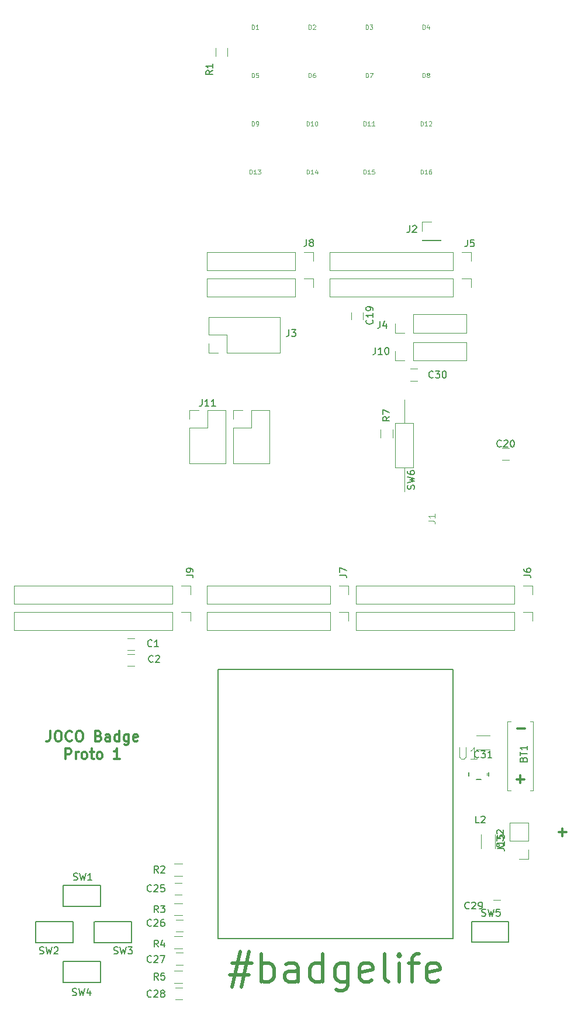
<source format=gto>
G04 #@! TF.FileFunction,Legend,Top*
%FSLAX46Y46*%
G04 Gerber Fmt 4.6, Leading zero omitted, Abs format (unit mm)*
G04 Created by KiCad (PCBNEW 4.0.7-e2-6376~58~ubuntu14.04.1) date Tue Sep  5 20:37:50 2017*
%MOMM*%
%LPD*%
G01*
G04 APERTURE LIST*
%ADD10C,0.100000*%
%ADD11C,0.500000*%
%ADD12C,0.300000*%
%ADD13C,0.200000*%
%ADD14C,0.120000*%
%ADD15C,0.150000*%
%ADD16C,0.152400*%
%ADD17C,0.050000*%
G04 APERTURE END LIST*
D10*
D11*
X114052381Y-162542857D02*
X116909524Y-162542857D01*
X115195238Y-160828571D02*
X114052381Y-165971429D01*
X116528571Y-164257143D02*
X113671428Y-164257143D01*
X115385714Y-165971429D02*
X116528571Y-160828571D01*
X118242857Y-165209524D02*
X118242857Y-161209524D01*
X118242857Y-162733333D02*
X118623809Y-162542857D01*
X119385714Y-162542857D01*
X119766666Y-162733333D01*
X119957143Y-162923810D01*
X120147619Y-163304762D01*
X120147619Y-164447619D01*
X119957143Y-164828571D01*
X119766666Y-165019048D01*
X119385714Y-165209524D01*
X118623809Y-165209524D01*
X118242857Y-165019048D01*
X123576191Y-165209524D02*
X123576191Y-163114286D01*
X123385714Y-162733333D01*
X123004762Y-162542857D01*
X122242857Y-162542857D01*
X121861905Y-162733333D01*
X123576191Y-165019048D02*
X123195238Y-165209524D01*
X122242857Y-165209524D01*
X121861905Y-165019048D01*
X121671429Y-164638095D01*
X121671429Y-164257143D01*
X121861905Y-163876190D01*
X122242857Y-163685714D01*
X123195238Y-163685714D01*
X123576191Y-163495238D01*
X127195239Y-165209524D02*
X127195239Y-161209524D01*
X127195239Y-165019048D02*
X126814286Y-165209524D01*
X126052382Y-165209524D01*
X125671429Y-165019048D01*
X125480953Y-164828571D01*
X125290477Y-164447619D01*
X125290477Y-163304762D01*
X125480953Y-162923810D01*
X125671429Y-162733333D01*
X126052382Y-162542857D01*
X126814286Y-162542857D01*
X127195239Y-162733333D01*
X130814287Y-162542857D02*
X130814287Y-165780952D01*
X130623810Y-166161905D01*
X130433334Y-166352381D01*
X130052382Y-166542857D01*
X129480953Y-166542857D01*
X129100001Y-166352381D01*
X130814287Y-165019048D02*
X130433334Y-165209524D01*
X129671430Y-165209524D01*
X129290477Y-165019048D01*
X129100001Y-164828571D01*
X128909525Y-164447619D01*
X128909525Y-163304762D01*
X129100001Y-162923810D01*
X129290477Y-162733333D01*
X129671430Y-162542857D01*
X130433334Y-162542857D01*
X130814287Y-162733333D01*
X134242858Y-165019048D02*
X133861906Y-165209524D01*
X133100001Y-165209524D01*
X132719049Y-165019048D01*
X132528573Y-164638095D01*
X132528573Y-163114286D01*
X132719049Y-162733333D01*
X133100001Y-162542857D01*
X133861906Y-162542857D01*
X134242858Y-162733333D01*
X134433335Y-163114286D01*
X134433335Y-163495238D01*
X132528573Y-163876190D01*
X136719049Y-165209524D02*
X136338096Y-165019048D01*
X136147620Y-164638095D01*
X136147620Y-161209524D01*
X138242858Y-165209524D02*
X138242858Y-162542857D01*
X138242858Y-161209524D02*
X138052382Y-161400000D01*
X138242858Y-161590476D01*
X138433334Y-161400000D01*
X138242858Y-161209524D01*
X138242858Y-161590476D01*
X139576191Y-162542857D02*
X141100001Y-162542857D01*
X140147620Y-165209524D02*
X140147620Y-161780952D01*
X140338096Y-161400000D01*
X140719049Y-161209524D01*
X141100001Y-161209524D01*
X143957143Y-165019048D02*
X143576191Y-165209524D01*
X142814286Y-165209524D01*
X142433334Y-165019048D01*
X142242858Y-164638095D01*
X142242858Y-163114286D01*
X142433334Y-162733333D01*
X142814286Y-162542857D01*
X143576191Y-162542857D01*
X143957143Y-162733333D01*
X144147620Y-163114286D01*
X144147620Y-163495238D01*
X142242858Y-163876190D01*
D12*
X162471428Y-143607143D02*
X161328571Y-143607143D01*
X161900000Y-144178571D02*
X161900000Y-143035714D01*
X156371428Y-135907143D02*
X155228571Y-135907143D01*
X155800000Y-136478571D02*
X155800000Y-135335714D01*
X156471428Y-128607143D02*
X155328571Y-128607143D01*
X87712857Y-128943571D02*
X87712857Y-130015000D01*
X87641429Y-130229286D01*
X87498572Y-130372143D01*
X87284286Y-130443571D01*
X87141429Y-130443571D01*
X88712857Y-128943571D02*
X88998571Y-128943571D01*
X89141429Y-129015000D01*
X89284286Y-129157857D01*
X89355714Y-129443571D01*
X89355714Y-129943571D01*
X89284286Y-130229286D01*
X89141429Y-130372143D01*
X88998571Y-130443571D01*
X88712857Y-130443571D01*
X88570000Y-130372143D01*
X88427143Y-130229286D01*
X88355714Y-129943571D01*
X88355714Y-129443571D01*
X88427143Y-129157857D01*
X88570000Y-129015000D01*
X88712857Y-128943571D01*
X90855715Y-130300714D02*
X90784286Y-130372143D01*
X90570000Y-130443571D01*
X90427143Y-130443571D01*
X90212858Y-130372143D01*
X90070000Y-130229286D01*
X89998572Y-130086429D01*
X89927143Y-129800714D01*
X89927143Y-129586429D01*
X89998572Y-129300714D01*
X90070000Y-129157857D01*
X90212858Y-129015000D01*
X90427143Y-128943571D01*
X90570000Y-128943571D01*
X90784286Y-129015000D01*
X90855715Y-129086429D01*
X91784286Y-128943571D02*
X92070000Y-128943571D01*
X92212858Y-129015000D01*
X92355715Y-129157857D01*
X92427143Y-129443571D01*
X92427143Y-129943571D01*
X92355715Y-130229286D01*
X92212858Y-130372143D01*
X92070000Y-130443571D01*
X91784286Y-130443571D01*
X91641429Y-130372143D01*
X91498572Y-130229286D01*
X91427143Y-129943571D01*
X91427143Y-129443571D01*
X91498572Y-129157857D01*
X91641429Y-129015000D01*
X91784286Y-128943571D01*
X94712858Y-129657857D02*
X94927144Y-129729286D01*
X94998572Y-129800714D01*
X95070001Y-129943571D01*
X95070001Y-130157857D01*
X94998572Y-130300714D01*
X94927144Y-130372143D01*
X94784286Y-130443571D01*
X94212858Y-130443571D01*
X94212858Y-128943571D01*
X94712858Y-128943571D01*
X94855715Y-129015000D01*
X94927144Y-129086429D01*
X94998572Y-129229286D01*
X94998572Y-129372143D01*
X94927144Y-129515000D01*
X94855715Y-129586429D01*
X94712858Y-129657857D01*
X94212858Y-129657857D01*
X96355715Y-130443571D02*
X96355715Y-129657857D01*
X96284286Y-129515000D01*
X96141429Y-129443571D01*
X95855715Y-129443571D01*
X95712858Y-129515000D01*
X96355715Y-130372143D02*
X96212858Y-130443571D01*
X95855715Y-130443571D01*
X95712858Y-130372143D01*
X95641429Y-130229286D01*
X95641429Y-130086429D01*
X95712858Y-129943571D01*
X95855715Y-129872143D01*
X96212858Y-129872143D01*
X96355715Y-129800714D01*
X97712858Y-130443571D02*
X97712858Y-128943571D01*
X97712858Y-130372143D02*
X97570001Y-130443571D01*
X97284287Y-130443571D01*
X97141429Y-130372143D01*
X97070001Y-130300714D01*
X96998572Y-130157857D01*
X96998572Y-129729286D01*
X97070001Y-129586429D01*
X97141429Y-129515000D01*
X97284287Y-129443571D01*
X97570001Y-129443571D01*
X97712858Y-129515000D01*
X99070001Y-129443571D02*
X99070001Y-130657857D01*
X98998572Y-130800714D01*
X98927144Y-130872143D01*
X98784287Y-130943571D01*
X98570001Y-130943571D01*
X98427144Y-130872143D01*
X99070001Y-130372143D02*
X98927144Y-130443571D01*
X98641430Y-130443571D01*
X98498572Y-130372143D01*
X98427144Y-130300714D01*
X98355715Y-130157857D01*
X98355715Y-129729286D01*
X98427144Y-129586429D01*
X98498572Y-129515000D01*
X98641430Y-129443571D01*
X98927144Y-129443571D01*
X99070001Y-129515000D01*
X100355715Y-130372143D02*
X100212858Y-130443571D01*
X99927144Y-130443571D01*
X99784287Y-130372143D01*
X99712858Y-130229286D01*
X99712858Y-129657857D01*
X99784287Y-129515000D01*
X99927144Y-129443571D01*
X100212858Y-129443571D01*
X100355715Y-129515000D01*
X100427144Y-129657857D01*
X100427144Y-129800714D01*
X99712858Y-129943571D01*
X89891429Y-132993571D02*
X89891429Y-131493571D01*
X90462857Y-131493571D01*
X90605715Y-131565000D01*
X90677143Y-131636429D01*
X90748572Y-131779286D01*
X90748572Y-131993571D01*
X90677143Y-132136429D01*
X90605715Y-132207857D01*
X90462857Y-132279286D01*
X89891429Y-132279286D01*
X91391429Y-132993571D02*
X91391429Y-131993571D01*
X91391429Y-132279286D02*
X91462857Y-132136429D01*
X91534286Y-132065000D01*
X91677143Y-131993571D01*
X91820000Y-131993571D01*
X92534286Y-132993571D02*
X92391428Y-132922143D01*
X92320000Y-132850714D01*
X92248571Y-132707857D01*
X92248571Y-132279286D01*
X92320000Y-132136429D01*
X92391428Y-132065000D01*
X92534286Y-131993571D01*
X92748571Y-131993571D01*
X92891428Y-132065000D01*
X92962857Y-132136429D01*
X93034286Y-132279286D01*
X93034286Y-132707857D01*
X92962857Y-132850714D01*
X92891428Y-132922143D01*
X92748571Y-132993571D01*
X92534286Y-132993571D01*
X93462857Y-131993571D02*
X94034286Y-131993571D01*
X93677143Y-131493571D02*
X93677143Y-132779286D01*
X93748571Y-132922143D01*
X93891429Y-132993571D01*
X94034286Y-132993571D01*
X94748572Y-132993571D02*
X94605714Y-132922143D01*
X94534286Y-132850714D01*
X94462857Y-132707857D01*
X94462857Y-132279286D01*
X94534286Y-132136429D01*
X94605714Y-132065000D01*
X94748572Y-131993571D01*
X94962857Y-131993571D01*
X95105714Y-132065000D01*
X95177143Y-132136429D01*
X95248572Y-132279286D01*
X95248572Y-132707857D01*
X95177143Y-132850714D01*
X95105714Y-132922143D01*
X94962857Y-132993571D01*
X94748572Y-132993571D01*
X97820000Y-132993571D02*
X96962857Y-132993571D01*
X97391429Y-132993571D02*
X97391429Y-131493571D01*
X97248572Y-131707857D01*
X97105714Y-131850714D01*
X96962857Y-131922143D01*
D13*
X146000000Y-120000000D02*
X146000000Y-159000000D01*
X112000000Y-120000000D02*
X146000000Y-120000000D01*
X112000000Y-159000000D02*
X112000000Y-120000000D01*
X146000000Y-159000000D02*
X112000000Y-159000000D01*
D14*
X157180000Y-127540000D02*
X157660000Y-127540000D01*
X157660000Y-127540000D02*
X157660000Y-137560000D01*
X157660000Y-137560000D02*
X157180000Y-137560000D01*
X154420000Y-127540000D02*
X153940000Y-127540000D01*
X153940000Y-127540000D02*
X153940000Y-137560000D01*
X153940000Y-137560000D02*
X154420000Y-137560000D01*
X99900000Y-115550000D02*
X98900000Y-115550000D01*
X98900000Y-117250000D02*
X99900000Y-117250000D01*
X98900000Y-119500000D02*
X99900000Y-119500000D01*
X99900000Y-117800000D02*
X98900000Y-117800000D01*
X132990000Y-69380000D02*
X132990000Y-68380000D01*
X131290000Y-68380000D02*
X131290000Y-69380000D01*
X154170000Y-88050000D02*
X153170000Y-88050000D01*
X153170000Y-89750000D02*
X154170000Y-89750000D01*
X105750000Y-152600000D02*
X106750000Y-152600000D01*
X106750000Y-150900000D02*
X105750000Y-150900000D01*
X105900000Y-157950000D02*
X106900000Y-157950000D01*
X106900000Y-156250000D02*
X105900000Y-156250000D01*
X105900000Y-162750000D02*
X106900000Y-162750000D01*
X106900000Y-161050000D02*
X105900000Y-161050000D01*
X105800000Y-167750000D02*
X106800000Y-167750000D01*
X106800000Y-166050000D02*
X105800000Y-166050000D01*
X151900000Y-155050000D02*
X152900000Y-155050000D01*
X152900000Y-153350000D02*
X151900000Y-153350000D01*
X139900000Y-78250000D02*
X140900000Y-78250000D01*
X140900000Y-76550000D02*
X139900000Y-76550000D01*
X149400000Y-131620000D02*
X151400000Y-131620000D01*
X151400000Y-129580000D02*
X149400000Y-129580000D01*
X150080000Y-143900000D02*
X150080000Y-145900000D01*
X152120000Y-145900000D02*
X152120000Y-143900000D01*
X120964000Y-74228000D02*
X120964000Y-69028000D01*
X113284000Y-74228000D02*
X120964000Y-74228000D01*
X110684000Y-69028000D02*
X120964000Y-69028000D01*
X113284000Y-74228000D02*
X113284000Y-71628000D01*
X113284000Y-71628000D02*
X110684000Y-71628000D01*
X110684000Y-71628000D02*
X110684000Y-69028000D01*
X112014000Y-74228000D02*
X110684000Y-74228000D01*
X110684000Y-74228000D02*
X110684000Y-72898000D01*
X147950000Y-71330000D02*
X147950000Y-68670000D01*
X140270000Y-71330000D02*
X147950000Y-71330000D01*
X140270000Y-68670000D02*
X147950000Y-68670000D01*
X140270000Y-71330000D02*
X140270000Y-68670000D01*
X139000000Y-71330000D02*
X137670000Y-71330000D01*
X137670000Y-71330000D02*
X137670000Y-70000000D01*
X128210000Y-59630000D02*
X128210000Y-62290000D01*
X146050000Y-59630000D02*
X128210000Y-59630000D01*
X146050000Y-62290000D02*
X128210000Y-62290000D01*
X146050000Y-59630000D02*
X146050000Y-62290000D01*
X147320000Y-59630000D02*
X148650000Y-59630000D01*
X148650000Y-59630000D02*
X148650000Y-60960000D01*
X128210000Y-63440000D02*
X128210000Y-66100000D01*
X146050000Y-63440000D02*
X128210000Y-63440000D01*
X146050000Y-66100000D02*
X128210000Y-66100000D01*
X146050000Y-63440000D02*
X146050000Y-66100000D01*
X147320000Y-63440000D02*
X148650000Y-63440000D01*
X148650000Y-63440000D02*
X148650000Y-64770000D01*
X132020000Y-111700000D02*
X132020000Y-114360000D01*
X154940000Y-111700000D02*
X132020000Y-111700000D01*
X154940000Y-114360000D02*
X132020000Y-114360000D01*
X154940000Y-111700000D02*
X154940000Y-114360000D01*
X156210000Y-111700000D02*
X157540000Y-111700000D01*
X157540000Y-111700000D02*
X157540000Y-113030000D01*
X132020000Y-107890000D02*
X132020000Y-110550000D01*
X154940000Y-107890000D02*
X132020000Y-107890000D01*
X154940000Y-110550000D02*
X132020000Y-110550000D01*
X154940000Y-107890000D02*
X154940000Y-110550000D01*
X156210000Y-107890000D02*
X157540000Y-107890000D01*
X157540000Y-107890000D02*
X157540000Y-109220000D01*
X110430000Y-111700000D02*
X110430000Y-114360000D01*
X128270000Y-111700000D02*
X110430000Y-111700000D01*
X128270000Y-114360000D02*
X110430000Y-114360000D01*
X128270000Y-111700000D02*
X128270000Y-114360000D01*
X129540000Y-111700000D02*
X130870000Y-111700000D01*
X130870000Y-111700000D02*
X130870000Y-113030000D01*
X110430000Y-107890000D02*
X110430000Y-110550000D01*
X128270000Y-107890000D02*
X110430000Y-107890000D01*
X128270000Y-110550000D02*
X110430000Y-110550000D01*
X128270000Y-107890000D02*
X128270000Y-110550000D01*
X129540000Y-107890000D02*
X130870000Y-107890000D01*
X130870000Y-107890000D02*
X130870000Y-109220000D01*
X110430000Y-59630000D02*
X110430000Y-62290000D01*
X123190000Y-59630000D02*
X110430000Y-59630000D01*
X123190000Y-62290000D02*
X110430000Y-62290000D01*
X123190000Y-59630000D02*
X123190000Y-62290000D01*
X124460000Y-59630000D02*
X125790000Y-59630000D01*
X125790000Y-59630000D02*
X125790000Y-60960000D01*
X110430000Y-63440000D02*
X110430000Y-66100000D01*
X123190000Y-63440000D02*
X110430000Y-63440000D01*
X123190000Y-66100000D02*
X110430000Y-66100000D01*
X123190000Y-63440000D02*
X123190000Y-66100000D01*
X124460000Y-63440000D02*
X125790000Y-63440000D01*
X125790000Y-63440000D02*
X125790000Y-64770000D01*
X82490000Y-111700000D02*
X82490000Y-114360000D01*
X105410000Y-111700000D02*
X82490000Y-111700000D01*
X105410000Y-114360000D02*
X82490000Y-114360000D01*
X105410000Y-111700000D02*
X105410000Y-114360000D01*
X106680000Y-111700000D02*
X108010000Y-111700000D01*
X108010000Y-111700000D02*
X108010000Y-113030000D01*
X82490000Y-107890000D02*
X82490000Y-110550000D01*
X105410000Y-107890000D02*
X82490000Y-107890000D01*
X105410000Y-110550000D02*
X82490000Y-110550000D01*
X105410000Y-107890000D02*
X105410000Y-110550000D01*
X106680000Y-107890000D02*
X108010000Y-107890000D01*
X108010000Y-107890000D02*
X108010000Y-109220000D01*
X147950000Y-75330000D02*
X147950000Y-72670000D01*
X140270000Y-75330000D02*
X147950000Y-75330000D01*
X140270000Y-72670000D02*
X147950000Y-72670000D01*
X140270000Y-75330000D02*
X140270000Y-72670000D01*
X139000000Y-75330000D02*
X137670000Y-75330000D01*
X137670000Y-75330000D02*
X137670000Y-74000000D01*
X107890000Y-90230000D02*
X113090000Y-90230000D01*
X107890000Y-85090000D02*
X107890000Y-90230000D01*
X113090000Y-82490000D02*
X113090000Y-90230000D01*
X107890000Y-85090000D02*
X110490000Y-85090000D01*
X110490000Y-85090000D02*
X110490000Y-82490000D01*
X110490000Y-82490000D02*
X113090000Y-82490000D01*
X107890000Y-83820000D02*
X107890000Y-82490000D01*
X107890000Y-82490000D02*
X109220000Y-82490000D01*
X114240000Y-90230000D02*
X119440000Y-90230000D01*
X114240000Y-85090000D02*
X114240000Y-90230000D01*
X119440000Y-82490000D02*
X119440000Y-90230000D01*
X114240000Y-85090000D02*
X116840000Y-85090000D01*
X116840000Y-85090000D02*
X116840000Y-82490000D01*
X116840000Y-82490000D02*
X119440000Y-82490000D01*
X114240000Y-83820000D02*
X114240000Y-82490000D01*
X114240000Y-82490000D02*
X115570000Y-82490000D01*
X156930000Y-142230000D02*
X154270000Y-142230000D01*
X156930000Y-144830000D02*
X156930000Y-142230000D01*
X154270000Y-144830000D02*
X154270000Y-142230000D01*
X156930000Y-144830000D02*
X154270000Y-144830000D01*
X156930000Y-146100000D02*
X156930000Y-147430000D01*
X156930000Y-147430000D02*
X155600000Y-147430000D01*
X111642000Y-31334000D02*
X111642000Y-30134000D01*
X113402000Y-30134000D02*
X113402000Y-31334000D01*
X106850000Y-149880000D02*
X105650000Y-149880000D01*
X105650000Y-148120000D02*
X106850000Y-148120000D01*
X106850000Y-155630000D02*
X105650000Y-155630000D01*
X105650000Y-153870000D02*
X106850000Y-153870000D01*
X106850000Y-160380000D02*
X105650000Y-160380000D01*
X105650000Y-158620000D02*
X106850000Y-158620000D01*
X106850000Y-165380000D02*
X105650000Y-165380000D01*
X105650000Y-163620000D02*
X106850000Y-163620000D01*
X135520000Y-86500000D02*
X135520000Y-85300000D01*
X137280000Y-85300000D02*
X137280000Y-86500000D01*
D15*
X89580000Y-154315000D02*
X89580000Y-151290000D01*
X94980000Y-151315000D02*
X94980000Y-154315000D01*
X94980000Y-151315000D02*
X94980000Y-151290000D01*
X94980000Y-151290000D02*
X89605000Y-151290000D01*
X94980000Y-154290000D02*
X94980000Y-154315000D01*
X94980000Y-154315000D02*
X89580000Y-154315000D01*
X85580000Y-159565000D02*
X85580000Y-156540000D01*
X90980000Y-156565000D02*
X90980000Y-159565000D01*
X90980000Y-156565000D02*
X90980000Y-156540000D01*
X90980000Y-156540000D02*
X85605000Y-156540000D01*
X90980000Y-159540000D02*
X90980000Y-159565000D01*
X90980000Y-159565000D02*
X85580000Y-159565000D01*
X94080000Y-159565000D02*
X94080000Y-156540000D01*
X99480000Y-156565000D02*
X99480000Y-159565000D01*
X99480000Y-156565000D02*
X99480000Y-156540000D01*
X99480000Y-156540000D02*
X94105000Y-156540000D01*
X99480000Y-159540000D02*
X99480000Y-159565000D01*
X99480000Y-159565000D02*
X94080000Y-159565000D01*
X89580000Y-165315000D02*
X89580000Y-162290000D01*
X94980000Y-162315000D02*
X94980000Y-165315000D01*
X94980000Y-162315000D02*
X94980000Y-162290000D01*
X94980000Y-162290000D02*
X89605000Y-162290000D01*
X94980000Y-165290000D02*
X94980000Y-165315000D01*
X94980000Y-165315000D02*
X89580000Y-165315000D01*
X148710000Y-159525000D02*
X148710000Y-156500000D01*
X154110000Y-156525000D02*
X154110000Y-159525000D01*
X154110000Y-156525000D02*
X154110000Y-156500000D01*
X154110000Y-156500000D02*
X148735000Y-156500000D01*
X154110000Y-159500000D02*
X154110000Y-159525000D01*
X154110000Y-159525000D02*
X148710000Y-159525000D01*
D14*
X140310000Y-84410000D02*
X137690000Y-84410000D01*
X137690000Y-84410000D02*
X137690000Y-90830000D01*
X137690000Y-90830000D02*
X140310000Y-90830000D01*
X140310000Y-90830000D02*
X140310000Y-84410000D01*
X139000000Y-80980000D02*
X139000000Y-84410000D01*
X139000000Y-94260000D02*
X139000000Y-90830000D01*
D16*
X148352200Y-134946000D02*
X148352200Y-135454000D01*
X149469800Y-135987400D02*
X150130200Y-135987400D01*
X151247800Y-135454000D02*
X151247800Y-134946000D01*
D10*
X150993802Y-135377804D02*
G75*
G02X150993800Y-135022200I249268J177804D01*
G01*
D14*
X141570000Y-57930000D02*
X144230000Y-57930000D01*
X141570000Y-57870000D02*
X141570000Y-57930000D01*
X144230000Y-57870000D02*
X144230000Y-57930000D01*
X141570000Y-57870000D02*
X144230000Y-57870000D01*
X141570000Y-56600000D02*
X141570000Y-55270000D01*
X141570000Y-55270000D02*
X142900000Y-55270000D01*
D15*
X156228571Y-133035714D02*
X156276190Y-132892857D01*
X156323810Y-132845238D01*
X156419048Y-132797619D01*
X156561905Y-132797619D01*
X156657143Y-132845238D01*
X156704762Y-132892857D01*
X156752381Y-132988095D01*
X156752381Y-133369048D01*
X155752381Y-133369048D01*
X155752381Y-133035714D01*
X155800000Y-132940476D01*
X155847619Y-132892857D01*
X155942857Y-132845238D01*
X156038095Y-132845238D01*
X156133333Y-132892857D01*
X156180952Y-132940476D01*
X156228571Y-133035714D01*
X156228571Y-133369048D01*
X155752381Y-132511905D02*
X155752381Y-131940476D01*
X156752381Y-132226191D02*
X155752381Y-132226191D01*
X156752381Y-131083333D02*
X156752381Y-131654762D01*
X156752381Y-131369048D02*
X155752381Y-131369048D01*
X155895238Y-131464286D01*
X155990476Y-131559524D01*
X156038095Y-131654762D01*
X102433334Y-116657143D02*
X102385715Y-116704762D01*
X102242858Y-116752381D01*
X102147620Y-116752381D01*
X102004762Y-116704762D01*
X101909524Y-116609524D01*
X101861905Y-116514286D01*
X101814286Y-116323810D01*
X101814286Y-116180952D01*
X101861905Y-115990476D01*
X101909524Y-115895238D01*
X102004762Y-115800000D01*
X102147620Y-115752381D01*
X102242858Y-115752381D01*
X102385715Y-115800000D01*
X102433334Y-115847619D01*
X103385715Y-116752381D02*
X102814286Y-116752381D01*
X103100000Y-116752381D02*
X103100000Y-115752381D01*
X103004762Y-115895238D01*
X102909524Y-115990476D01*
X102814286Y-116038095D01*
X102583334Y-118907143D02*
X102535715Y-118954762D01*
X102392858Y-119002381D01*
X102297620Y-119002381D01*
X102154762Y-118954762D01*
X102059524Y-118859524D01*
X102011905Y-118764286D01*
X101964286Y-118573810D01*
X101964286Y-118430952D01*
X102011905Y-118240476D01*
X102059524Y-118145238D01*
X102154762Y-118050000D01*
X102297620Y-118002381D01*
X102392858Y-118002381D01*
X102535715Y-118050000D01*
X102583334Y-118097619D01*
X102964286Y-118097619D02*
X103011905Y-118050000D01*
X103107143Y-118002381D01*
X103345239Y-118002381D01*
X103440477Y-118050000D01*
X103488096Y-118097619D01*
X103535715Y-118192857D01*
X103535715Y-118288095D01*
X103488096Y-118430952D01*
X102916667Y-119002381D01*
X103535715Y-119002381D01*
X134357143Y-69442857D02*
X134404762Y-69490476D01*
X134452381Y-69633333D01*
X134452381Y-69728571D01*
X134404762Y-69871429D01*
X134309524Y-69966667D01*
X134214286Y-70014286D01*
X134023810Y-70061905D01*
X133880952Y-70061905D01*
X133690476Y-70014286D01*
X133595238Y-69966667D01*
X133500000Y-69871429D01*
X133452381Y-69728571D01*
X133452381Y-69633333D01*
X133500000Y-69490476D01*
X133547619Y-69442857D01*
X134452381Y-68490476D02*
X134452381Y-69061905D01*
X134452381Y-68776191D02*
X133452381Y-68776191D01*
X133595238Y-68871429D01*
X133690476Y-68966667D01*
X133738095Y-69061905D01*
X134452381Y-68014286D02*
X134452381Y-67823810D01*
X134404762Y-67728571D01*
X134357143Y-67680952D01*
X134214286Y-67585714D01*
X134023810Y-67538095D01*
X133642857Y-67538095D01*
X133547619Y-67585714D01*
X133500000Y-67633333D01*
X133452381Y-67728571D01*
X133452381Y-67919048D01*
X133500000Y-68014286D01*
X133547619Y-68061905D01*
X133642857Y-68109524D01*
X133880952Y-68109524D01*
X133976190Y-68061905D01*
X134023810Y-68014286D01*
X134071429Y-67919048D01*
X134071429Y-67728571D01*
X134023810Y-67633333D01*
X133976190Y-67585714D01*
X133880952Y-67538095D01*
X153027143Y-87757143D02*
X152979524Y-87804762D01*
X152836667Y-87852381D01*
X152741429Y-87852381D01*
X152598571Y-87804762D01*
X152503333Y-87709524D01*
X152455714Y-87614286D01*
X152408095Y-87423810D01*
X152408095Y-87280952D01*
X152455714Y-87090476D01*
X152503333Y-86995238D01*
X152598571Y-86900000D01*
X152741429Y-86852381D01*
X152836667Y-86852381D01*
X152979524Y-86900000D01*
X153027143Y-86947619D01*
X153408095Y-86947619D02*
X153455714Y-86900000D01*
X153550952Y-86852381D01*
X153789048Y-86852381D01*
X153884286Y-86900000D01*
X153931905Y-86947619D01*
X153979524Y-87042857D01*
X153979524Y-87138095D01*
X153931905Y-87280952D01*
X153360476Y-87852381D01*
X153979524Y-87852381D01*
X154598571Y-86852381D02*
X154693810Y-86852381D01*
X154789048Y-86900000D01*
X154836667Y-86947619D01*
X154884286Y-87042857D01*
X154931905Y-87233333D01*
X154931905Y-87471429D01*
X154884286Y-87661905D01*
X154836667Y-87757143D01*
X154789048Y-87804762D01*
X154693810Y-87852381D01*
X154598571Y-87852381D01*
X154503333Y-87804762D01*
X154455714Y-87757143D01*
X154408095Y-87661905D01*
X154360476Y-87471429D01*
X154360476Y-87233333D01*
X154408095Y-87042857D01*
X154455714Y-86947619D01*
X154503333Y-86900000D01*
X154598571Y-86852381D01*
X102357143Y-152107143D02*
X102309524Y-152154762D01*
X102166667Y-152202381D01*
X102071429Y-152202381D01*
X101928571Y-152154762D01*
X101833333Y-152059524D01*
X101785714Y-151964286D01*
X101738095Y-151773810D01*
X101738095Y-151630952D01*
X101785714Y-151440476D01*
X101833333Y-151345238D01*
X101928571Y-151250000D01*
X102071429Y-151202381D01*
X102166667Y-151202381D01*
X102309524Y-151250000D01*
X102357143Y-151297619D01*
X102738095Y-151297619D02*
X102785714Y-151250000D01*
X102880952Y-151202381D01*
X103119048Y-151202381D01*
X103214286Y-151250000D01*
X103261905Y-151297619D01*
X103309524Y-151392857D01*
X103309524Y-151488095D01*
X103261905Y-151630952D01*
X102690476Y-152202381D01*
X103309524Y-152202381D01*
X104214286Y-151202381D02*
X103738095Y-151202381D01*
X103690476Y-151678571D01*
X103738095Y-151630952D01*
X103833333Y-151583333D01*
X104071429Y-151583333D01*
X104166667Y-151630952D01*
X104214286Y-151678571D01*
X104261905Y-151773810D01*
X104261905Y-152011905D01*
X104214286Y-152107143D01*
X104166667Y-152154762D01*
X104071429Y-152202381D01*
X103833333Y-152202381D01*
X103738095Y-152154762D01*
X103690476Y-152107143D01*
X102357143Y-157107143D02*
X102309524Y-157154762D01*
X102166667Y-157202381D01*
X102071429Y-157202381D01*
X101928571Y-157154762D01*
X101833333Y-157059524D01*
X101785714Y-156964286D01*
X101738095Y-156773810D01*
X101738095Y-156630952D01*
X101785714Y-156440476D01*
X101833333Y-156345238D01*
X101928571Y-156250000D01*
X102071429Y-156202381D01*
X102166667Y-156202381D01*
X102309524Y-156250000D01*
X102357143Y-156297619D01*
X102738095Y-156297619D02*
X102785714Y-156250000D01*
X102880952Y-156202381D01*
X103119048Y-156202381D01*
X103214286Y-156250000D01*
X103261905Y-156297619D01*
X103309524Y-156392857D01*
X103309524Y-156488095D01*
X103261905Y-156630952D01*
X102690476Y-157202381D01*
X103309524Y-157202381D01*
X104166667Y-156202381D02*
X103976190Y-156202381D01*
X103880952Y-156250000D01*
X103833333Y-156297619D01*
X103738095Y-156440476D01*
X103690476Y-156630952D01*
X103690476Y-157011905D01*
X103738095Y-157107143D01*
X103785714Y-157154762D01*
X103880952Y-157202381D01*
X104071429Y-157202381D01*
X104166667Y-157154762D01*
X104214286Y-157107143D01*
X104261905Y-157011905D01*
X104261905Y-156773810D01*
X104214286Y-156678571D01*
X104166667Y-156630952D01*
X104071429Y-156583333D01*
X103880952Y-156583333D01*
X103785714Y-156630952D01*
X103738095Y-156678571D01*
X103690476Y-156773810D01*
X102357143Y-162357143D02*
X102309524Y-162404762D01*
X102166667Y-162452381D01*
X102071429Y-162452381D01*
X101928571Y-162404762D01*
X101833333Y-162309524D01*
X101785714Y-162214286D01*
X101738095Y-162023810D01*
X101738095Y-161880952D01*
X101785714Y-161690476D01*
X101833333Y-161595238D01*
X101928571Y-161500000D01*
X102071429Y-161452381D01*
X102166667Y-161452381D01*
X102309524Y-161500000D01*
X102357143Y-161547619D01*
X102738095Y-161547619D02*
X102785714Y-161500000D01*
X102880952Y-161452381D01*
X103119048Y-161452381D01*
X103214286Y-161500000D01*
X103261905Y-161547619D01*
X103309524Y-161642857D01*
X103309524Y-161738095D01*
X103261905Y-161880952D01*
X102690476Y-162452381D01*
X103309524Y-162452381D01*
X103642857Y-161452381D02*
X104309524Y-161452381D01*
X103880952Y-162452381D01*
X102357143Y-167357143D02*
X102309524Y-167404762D01*
X102166667Y-167452381D01*
X102071429Y-167452381D01*
X101928571Y-167404762D01*
X101833333Y-167309524D01*
X101785714Y-167214286D01*
X101738095Y-167023810D01*
X101738095Y-166880952D01*
X101785714Y-166690476D01*
X101833333Y-166595238D01*
X101928571Y-166500000D01*
X102071429Y-166452381D01*
X102166667Y-166452381D01*
X102309524Y-166500000D01*
X102357143Y-166547619D01*
X102738095Y-166547619D02*
X102785714Y-166500000D01*
X102880952Y-166452381D01*
X103119048Y-166452381D01*
X103214286Y-166500000D01*
X103261905Y-166547619D01*
X103309524Y-166642857D01*
X103309524Y-166738095D01*
X103261905Y-166880952D01*
X102690476Y-167452381D01*
X103309524Y-167452381D01*
X103880952Y-166880952D02*
X103785714Y-166833333D01*
X103738095Y-166785714D01*
X103690476Y-166690476D01*
X103690476Y-166642857D01*
X103738095Y-166547619D01*
X103785714Y-166500000D01*
X103880952Y-166452381D01*
X104071429Y-166452381D01*
X104166667Y-166500000D01*
X104214286Y-166547619D01*
X104261905Y-166642857D01*
X104261905Y-166690476D01*
X104214286Y-166785714D01*
X104166667Y-166833333D01*
X104071429Y-166880952D01*
X103880952Y-166880952D01*
X103785714Y-166928571D01*
X103738095Y-166976190D01*
X103690476Y-167071429D01*
X103690476Y-167261905D01*
X103738095Y-167357143D01*
X103785714Y-167404762D01*
X103880952Y-167452381D01*
X104071429Y-167452381D01*
X104166667Y-167404762D01*
X104214286Y-167357143D01*
X104261905Y-167261905D01*
X104261905Y-167071429D01*
X104214286Y-166976190D01*
X104166667Y-166928571D01*
X104071429Y-166880952D01*
X148387143Y-154597143D02*
X148339524Y-154644762D01*
X148196667Y-154692381D01*
X148101429Y-154692381D01*
X147958571Y-154644762D01*
X147863333Y-154549524D01*
X147815714Y-154454286D01*
X147768095Y-154263810D01*
X147768095Y-154120952D01*
X147815714Y-153930476D01*
X147863333Y-153835238D01*
X147958571Y-153740000D01*
X148101429Y-153692381D01*
X148196667Y-153692381D01*
X148339524Y-153740000D01*
X148387143Y-153787619D01*
X148768095Y-153787619D02*
X148815714Y-153740000D01*
X148910952Y-153692381D01*
X149149048Y-153692381D01*
X149244286Y-153740000D01*
X149291905Y-153787619D01*
X149339524Y-153882857D01*
X149339524Y-153978095D01*
X149291905Y-154120952D01*
X148720476Y-154692381D01*
X149339524Y-154692381D01*
X149815714Y-154692381D02*
X150006190Y-154692381D01*
X150101429Y-154644762D01*
X150149048Y-154597143D01*
X150244286Y-154454286D01*
X150291905Y-154263810D01*
X150291905Y-153882857D01*
X150244286Y-153787619D01*
X150196667Y-153740000D01*
X150101429Y-153692381D01*
X149910952Y-153692381D01*
X149815714Y-153740000D01*
X149768095Y-153787619D01*
X149720476Y-153882857D01*
X149720476Y-154120952D01*
X149768095Y-154216190D01*
X149815714Y-154263810D01*
X149910952Y-154311429D01*
X150101429Y-154311429D01*
X150196667Y-154263810D01*
X150244286Y-154216190D01*
X150291905Y-154120952D01*
X143157143Y-77757143D02*
X143109524Y-77804762D01*
X142966667Y-77852381D01*
X142871429Y-77852381D01*
X142728571Y-77804762D01*
X142633333Y-77709524D01*
X142585714Y-77614286D01*
X142538095Y-77423810D01*
X142538095Y-77280952D01*
X142585714Y-77090476D01*
X142633333Y-76995238D01*
X142728571Y-76900000D01*
X142871429Y-76852381D01*
X142966667Y-76852381D01*
X143109524Y-76900000D01*
X143157143Y-76947619D01*
X143490476Y-76852381D02*
X144109524Y-76852381D01*
X143776190Y-77233333D01*
X143919048Y-77233333D01*
X144014286Y-77280952D01*
X144061905Y-77328571D01*
X144109524Y-77423810D01*
X144109524Y-77661905D01*
X144061905Y-77757143D01*
X144014286Y-77804762D01*
X143919048Y-77852381D01*
X143633333Y-77852381D01*
X143538095Y-77804762D01*
X143490476Y-77757143D01*
X144728571Y-76852381D02*
X144823810Y-76852381D01*
X144919048Y-76900000D01*
X144966667Y-76947619D01*
X145014286Y-77042857D01*
X145061905Y-77233333D01*
X145061905Y-77471429D01*
X145014286Y-77661905D01*
X144966667Y-77757143D01*
X144919048Y-77804762D01*
X144823810Y-77852381D01*
X144728571Y-77852381D01*
X144633333Y-77804762D01*
X144585714Y-77757143D01*
X144538095Y-77661905D01*
X144490476Y-77471429D01*
X144490476Y-77233333D01*
X144538095Y-77042857D01*
X144585714Y-76947619D01*
X144633333Y-76900000D01*
X144728571Y-76852381D01*
X149757143Y-132707143D02*
X149709524Y-132754762D01*
X149566667Y-132802381D01*
X149471429Y-132802381D01*
X149328571Y-132754762D01*
X149233333Y-132659524D01*
X149185714Y-132564286D01*
X149138095Y-132373810D01*
X149138095Y-132230952D01*
X149185714Y-132040476D01*
X149233333Y-131945238D01*
X149328571Y-131850000D01*
X149471429Y-131802381D01*
X149566667Y-131802381D01*
X149709524Y-131850000D01*
X149757143Y-131897619D01*
X150090476Y-131802381D02*
X150709524Y-131802381D01*
X150376190Y-132183333D01*
X150519048Y-132183333D01*
X150614286Y-132230952D01*
X150661905Y-132278571D01*
X150709524Y-132373810D01*
X150709524Y-132611905D01*
X150661905Y-132707143D01*
X150614286Y-132754762D01*
X150519048Y-132802381D01*
X150233333Y-132802381D01*
X150138095Y-132754762D01*
X150090476Y-132707143D01*
X151661905Y-132802381D02*
X151090476Y-132802381D01*
X151376190Y-132802381D02*
X151376190Y-131802381D01*
X151280952Y-131945238D01*
X151185714Y-132040476D01*
X151090476Y-132088095D01*
X153257143Y-145142857D02*
X153304762Y-145190476D01*
X153352381Y-145333333D01*
X153352381Y-145428571D01*
X153304762Y-145571429D01*
X153209524Y-145666667D01*
X153114286Y-145714286D01*
X152923810Y-145761905D01*
X152780952Y-145761905D01*
X152590476Y-145714286D01*
X152495238Y-145666667D01*
X152400000Y-145571429D01*
X152352381Y-145428571D01*
X152352381Y-145333333D01*
X152400000Y-145190476D01*
X152447619Y-145142857D01*
X152352381Y-144809524D02*
X152352381Y-144190476D01*
X152733333Y-144523810D01*
X152733333Y-144380952D01*
X152780952Y-144285714D01*
X152828571Y-144238095D01*
X152923810Y-144190476D01*
X153161905Y-144190476D01*
X153257143Y-144238095D01*
X153304762Y-144285714D01*
X153352381Y-144380952D01*
X153352381Y-144666667D01*
X153304762Y-144761905D01*
X153257143Y-144809524D01*
X152447619Y-143809524D02*
X152400000Y-143761905D01*
X152352381Y-143666667D01*
X152352381Y-143428571D01*
X152400000Y-143333333D01*
X152447619Y-143285714D01*
X152542857Y-143238095D01*
X152638095Y-143238095D01*
X152780952Y-143285714D01*
X153352381Y-143857143D01*
X153352381Y-143238095D01*
D17*
X116886855Y-27399967D02*
X116886855Y-26759319D01*
X117039390Y-26759319D01*
X117130912Y-26789826D01*
X117191926Y-26850840D01*
X117222433Y-26911854D01*
X117252940Y-27033882D01*
X117252940Y-27125404D01*
X117222433Y-27247432D01*
X117191926Y-27308446D01*
X117130912Y-27369460D01*
X117039390Y-27399967D01*
X116886855Y-27399967D01*
X117863081Y-27399967D02*
X117496996Y-27399967D01*
X117680038Y-27399967D02*
X117680038Y-26759319D01*
X117619024Y-26850840D01*
X117558010Y-26911854D01*
X117496996Y-26942361D01*
X125141855Y-27399967D02*
X125141855Y-26759319D01*
X125294390Y-26759319D01*
X125385912Y-26789826D01*
X125446926Y-26850840D01*
X125477433Y-26911854D01*
X125507940Y-27033882D01*
X125507940Y-27125404D01*
X125477433Y-27247432D01*
X125446926Y-27308446D01*
X125385912Y-27369460D01*
X125294390Y-27399967D01*
X125141855Y-27399967D01*
X125751996Y-26820333D02*
X125782503Y-26789826D01*
X125843517Y-26759319D01*
X125996053Y-26759319D01*
X126057067Y-26789826D01*
X126087574Y-26820333D01*
X126118081Y-26881347D01*
X126118081Y-26942361D01*
X126087574Y-27033882D01*
X125721489Y-27399967D01*
X126118081Y-27399967D01*
X133396855Y-27399967D02*
X133396855Y-26759319D01*
X133549390Y-26759319D01*
X133640912Y-26789826D01*
X133701926Y-26850840D01*
X133732433Y-26911854D01*
X133762940Y-27033882D01*
X133762940Y-27125404D01*
X133732433Y-27247432D01*
X133701926Y-27308446D01*
X133640912Y-27369460D01*
X133549390Y-27399967D01*
X133396855Y-27399967D01*
X133976489Y-26759319D02*
X134373081Y-26759319D01*
X134159531Y-27003375D01*
X134251053Y-27003375D01*
X134312067Y-27033882D01*
X134342574Y-27064389D01*
X134373081Y-27125404D01*
X134373081Y-27277939D01*
X134342574Y-27338953D01*
X134312067Y-27369460D01*
X134251053Y-27399967D01*
X134068010Y-27399967D01*
X134006996Y-27369460D01*
X133976489Y-27338953D01*
X141651855Y-27399967D02*
X141651855Y-26759319D01*
X141804390Y-26759319D01*
X141895912Y-26789826D01*
X141956926Y-26850840D01*
X141987433Y-26911854D01*
X142017940Y-27033882D01*
X142017940Y-27125404D01*
X141987433Y-27247432D01*
X141956926Y-27308446D01*
X141895912Y-27369460D01*
X141804390Y-27399967D01*
X141651855Y-27399967D01*
X142567067Y-26972868D02*
X142567067Y-27399967D01*
X142414531Y-26728812D02*
X142261996Y-27186418D01*
X142658588Y-27186418D01*
X116886855Y-34384967D02*
X116886855Y-33744319D01*
X117039390Y-33744319D01*
X117130912Y-33774826D01*
X117191926Y-33835840D01*
X117222433Y-33896854D01*
X117252940Y-34018882D01*
X117252940Y-34110404D01*
X117222433Y-34232432D01*
X117191926Y-34293446D01*
X117130912Y-34354460D01*
X117039390Y-34384967D01*
X116886855Y-34384967D01*
X117832574Y-33744319D02*
X117527503Y-33744319D01*
X117496996Y-34049389D01*
X117527503Y-34018882D01*
X117588517Y-33988375D01*
X117741053Y-33988375D01*
X117802067Y-34018882D01*
X117832574Y-34049389D01*
X117863081Y-34110404D01*
X117863081Y-34262939D01*
X117832574Y-34323953D01*
X117802067Y-34354460D01*
X117741053Y-34384967D01*
X117588517Y-34384967D01*
X117527503Y-34354460D01*
X117496996Y-34323953D01*
X125141855Y-34384967D02*
X125141855Y-33744319D01*
X125294390Y-33744319D01*
X125385912Y-33774826D01*
X125446926Y-33835840D01*
X125477433Y-33896854D01*
X125507940Y-34018882D01*
X125507940Y-34110404D01*
X125477433Y-34232432D01*
X125446926Y-34293446D01*
X125385912Y-34354460D01*
X125294390Y-34384967D01*
X125141855Y-34384967D01*
X126057067Y-33744319D02*
X125935038Y-33744319D01*
X125874024Y-33774826D01*
X125843517Y-33805333D01*
X125782503Y-33896854D01*
X125751996Y-34018882D01*
X125751996Y-34262939D01*
X125782503Y-34323953D01*
X125813010Y-34354460D01*
X125874024Y-34384967D01*
X125996053Y-34384967D01*
X126057067Y-34354460D01*
X126087574Y-34323953D01*
X126118081Y-34262939D01*
X126118081Y-34110404D01*
X126087574Y-34049389D01*
X126057067Y-34018882D01*
X125996053Y-33988375D01*
X125874024Y-33988375D01*
X125813010Y-34018882D01*
X125782503Y-34049389D01*
X125751996Y-34110404D01*
X133396855Y-34384967D02*
X133396855Y-33744319D01*
X133549390Y-33744319D01*
X133640912Y-33774826D01*
X133701926Y-33835840D01*
X133732433Y-33896854D01*
X133762940Y-34018882D01*
X133762940Y-34110404D01*
X133732433Y-34232432D01*
X133701926Y-34293446D01*
X133640912Y-34354460D01*
X133549390Y-34384967D01*
X133396855Y-34384967D01*
X133976489Y-33744319D02*
X134403588Y-33744319D01*
X134129024Y-34384967D01*
X141651855Y-34384967D02*
X141651855Y-33744319D01*
X141804390Y-33744319D01*
X141895912Y-33774826D01*
X141956926Y-33835840D01*
X141987433Y-33896854D01*
X142017940Y-34018882D01*
X142017940Y-34110404D01*
X141987433Y-34232432D01*
X141956926Y-34293446D01*
X141895912Y-34354460D01*
X141804390Y-34384967D01*
X141651855Y-34384967D01*
X142384024Y-34018882D02*
X142323010Y-33988375D01*
X142292503Y-33957868D01*
X142261996Y-33896854D01*
X142261996Y-33866347D01*
X142292503Y-33805333D01*
X142323010Y-33774826D01*
X142384024Y-33744319D01*
X142506053Y-33744319D01*
X142567067Y-33774826D01*
X142597574Y-33805333D01*
X142628081Y-33866347D01*
X142628081Y-33896854D01*
X142597574Y-33957868D01*
X142567067Y-33988375D01*
X142506053Y-34018882D01*
X142384024Y-34018882D01*
X142323010Y-34049389D01*
X142292503Y-34079896D01*
X142261996Y-34140911D01*
X142261996Y-34262939D01*
X142292503Y-34323953D01*
X142323010Y-34354460D01*
X142384024Y-34384967D01*
X142506053Y-34384967D01*
X142567067Y-34354460D01*
X142597574Y-34323953D01*
X142628081Y-34262939D01*
X142628081Y-34140911D01*
X142597574Y-34079896D01*
X142567067Y-34049389D01*
X142506053Y-34018882D01*
X116886855Y-41369967D02*
X116886855Y-40729319D01*
X117039390Y-40729319D01*
X117130912Y-40759826D01*
X117191926Y-40820840D01*
X117222433Y-40881854D01*
X117252940Y-41003882D01*
X117252940Y-41095404D01*
X117222433Y-41217432D01*
X117191926Y-41278446D01*
X117130912Y-41339460D01*
X117039390Y-41369967D01*
X116886855Y-41369967D01*
X117558010Y-41369967D02*
X117680038Y-41369967D01*
X117741053Y-41339460D01*
X117771560Y-41308953D01*
X117832574Y-41217432D01*
X117863081Y-41095404D01*
X117863081Y-40851347D01*
X117832574Y-40790333D01*
X117802067Y-40759826D01*
X117741053Y-40729319D01*
X117619024Y-40729319D01*
X117558010Y-40759826D01*
X117527503Y-40790333D01*
X117496996Y-40851347D01*
X117496996Y-41003882D01*
X117527503Y-41064896D01*
X117558010Y-41095404D01*
X117619024Y-41125911D01*
X117741053Y-41125911D01*
X117802067Y-41095404D01*
X117832574Y-41064896D01*
X117863081Y-41003882D01*
X124836784Y-41369967D02*
X124836784Y-40729319D01*
X124989319Y-40729319D01*
X125080841Y-40759826D01*
X125141855Y-40820840D01*
X125172362Y-40881854D01*
X125202869Y-41003882D01*
X125202869Y-41095404D01*
X125172362Y-41217432D01*
X125141855Y-41278446D01*
X125080841Y-41339460D01*
X124989319Y-41369967D01*
X124836784Y-41369967D01*
X125813010Y-41369967D02*
X125446925Y-41369967D01*
X125629967Y-41369967D02*
X125629967Y-40729319D01*
X125568953Y-40820840D01*
X125507939Y-40881854D01*
X125446925Y-40912361D01*
X126209601Y-40729319D02*
X126270616Y-40729319D01*
X126331630Y-40759826D01*
X126362137Y-40790333D01*
X126392644Y-40851347D01*
X126423151Y-40973375D01*
X126423151Y-41125911D01*
X126392644Y-41247939D01*
X126362137Y-41308953D01*
X126331630Y-41339460D01*
X126270616Y-41369967D01*
X126209601Y-41369967D01*
X126148587Y-41339460D01*
X126118080Y-41308953D01*
X126087573Y-41247939D01*
X126057066Y-41125911D01*
X126057066Y-40973375D01*
X126087573Y-40851347D01*
X126118080Y-40790333D01*
X126148587Y-40759826D01*
X126209601Y-40729319D01*
X133091784Y-41369967D02*
X133091784Y-40729319D01*
X133244319Y-40729319D01*
X133335841Y-40759826D01*
X133396855Y-40820840D01*
X133427362Y-40881854D01*
X133457869Y-41003882D01*
X133457869Y-41095404D01*
X133427362Y-41217432D01*
X133396855Y-41278446D01*
X133335841Y-41339460D01*
X133244319Y-41369967D01*
X133091784Y-41369967D01*
X134068010Y-41369967D02*
X133701925Y-41369967D01*
X133884967Y-41369967D02*
X133884967Y-40729319D01*
X133823953Y-40820840D01*
X133762939Y-40881854D01*
X133701925Y-40912361D01*
X134678151Y-41369967D02*
X134312066Y-41369967D01*
X134495108Y-41369967D02*
X134495108Y-40729319D01*
X134434094Y-40820840D01*
X134373080Y-40881854D01*
X134312066Y-40912361D01*
X141346784Y-41369967D02*
X141346784Y-40729319D01*
X141499319Y-40729319D01*
X141590841Y-40759826D01*
X141651855Y-40820840D01*
X141682362Y-40881854D01*
X141712869Y-41003882D01*
X141712869Y-41095404D01*
X141682362Y-41217432D01*
X141651855Y-41278446D01*
X141590841Y-41339460D01*
X141499319Y-41369967D01*
X141346784Y-41369967D01*
X142323010Y-41369967D02*
X141956925Y-41369967D01*
X142139967Y-41369967D02*
X142139967Y-40729319D01*
X142078953Y-40820840D01*
X142017939Y-40881854D01*
X141956925Y-40912361D01*
X142567066Y-40790333D02*
X142597573Y-40759826D01*
X142658587Y-40729319D01*
X142811123Y-40729319D01*
X142872137Y-40759826D01*
X142902644Y-40790333D01*
X142933151Y-40851347D01*
X142933151Y-40912361D01*
X142902644Y-41003882D01*
X142536559Y-41369967D01*
X142933151Y-41369967D01*
X116581784Y-48354967D02*
X116581784Y-47714319D01*
X116734319Y-47714319D01*
X116825841Y-47744826D01*
X116886855Y-47805840D01*
X116917362Y-47866854D01*
X116947869Y-47988882D01*
X116947869Y-48080404D01*
X116917362Y-48202432D01*
X116886855Y-48263446D01*
X116825841Y-48324460D01*
X116734319Y-48354967D01*
X116581784Y-48354967D01*
X117558010Y-48354967D02*
X117191925Y-48354967D01*
X117374967Y-48354967D02*
X117374967Y-47714319D01*
X117313953Y-47805840D01*
X117252939Y-47866854D01*
X117191925Y-47897361D01*
X117771559Y-47714319D02*
X118168151Y-47714319D01*
X117954601Y-47958375D01*
X118046123Y-47958375D01*
X118107137Y-47988882D01*
X118137644Y-48019389D01*
X118168151Y-48080404D01*
X118168151Y-48232939D01*
X118137644Y-48293953D01*
X118107137Y-48324460D01*
X118046123Y-48354967D01*
X117863080Y-48354967D01*
X117802066Y-48324460D01*
X117771559Y-48293953D01*
X124836784Y-48354967D02*
X124836784Y-47714319D01*
X124989319Y-47714319D01*
X125080841Y-47744826D01*
X125141855Y-47805840D01*
X125172362Y-47866854D01*
X125202869Y-47988882D01*
X125202869Y-48080404D01*
X125172362Y-48202432D01*
X125141855Y-48263446D01*
X125080841Y-48324460D01*
X124989319Y-48354967D01*
X124836784Y-48354967D01*
X125813010Y-48354967D02*
X125446925Y-48354967D01*
X125629967Y-48354967D02*
X125629967Y-47714319D01*
X125568953Y-47805840D01*
X125507939Y-47866854D01*
X125446925Y-47897361D01*
X126362137Y-47927868D02*
X126362137Y-48354967D01*
X126209601Y-47683812D02*
X126057066Y-48141418D01*
X126453658Y-48141418D01*
X133091784Y-48354967D02*
X133091784Y-47714319D01*
X133244319Y-47714319D01*
X133335841Y-47744826D01*
X133396855Y-47805840D01*
X133427362Y-47866854D01*
X133457869Y-47988882D01*
X133457869Y-48080404D01*
X133427362Y-48202432D01*
X133396855Y-48263446D01*
X133335841Y-48324460D01*
X133244319Y-48354967D01*
X133091784Y-48354967D01*
X134068010Y-48354967D02*
X133701925Y-48354967D01*
X133884967Y-48354967D02*
X133884967Y-47714319D01*
X133823953Y-47805840D01*
X133762939Y-47866854D01*
X133701925Y-47897361D01*
X134647644Y-47714319D02*
X134342573Y-47714319D01*
X134312066Y-48019389D01*
X134342573Y-47988882D01*
X134403587Y-47958375D01*
X134556123Y-47958375D01*
X134617137Y-47988882D01*
X134647644Y-48019389D01*
X134678151Y-48080404D01*
X134678151Y-48232939D01*
X134647644Y-48293953D01*
X134617137Y-48324460D01*
X134556123Y-48354967D01*
X134403587Y-48354967D01*
X134342573Y-48324460D01*
X134312066Y-48293953D01*
X141346784Y-48354967D02*
X141346784Y-47714319D01*
X141499319Y-47714319D01*
X141590841Y-47744826D01*
X141651855Y-47805840D01*
X141682362Y-47866854D01*
X141712869Y-47988882D01*
X141712869Y-48080404D01*
X141682362Y-48202432D01*
X141651855Y-48263446D01*
X141590841Y-48324460D01*
X141499319Y-48354967D01*
X141346784Y-48354967D01*
X142323010Y-48354967D02*
X141956925Y-48354967D01*
X142139967Y-48354967D02*
X142139967Y-47714319D01*
X142078953Y-47805840D01*
X142017939Y-47866854D01*
X141956925Y-47897361D01*
X142872137Y-47714319D02*
X142750108Y-47714319D01*
X142689094Y-47744826D01*
X142658587Y-47775333D01*
X142597573Y-47866854D01*
X142567066Y-47988882D01*
X142567066Y-48232939D01*
X142597573Y-48293953D01*
X142628080Y-48324460D01*
X142689094Y-48354967D01*
X142811123Y-48354967D01*
X142872137Y-48324460D01*
X142902644Y-48293953D01*
X142933151Y-48232939D01*
X142933151Y-48080404D01*
X142902644Y-48019389D01*
X142872137Y-47988882D01*
X142811123Y-47958375D01*
X142689094Y-47958375D01*
X142628080Y-47988882D01*
X142597573Y-48019389D01*
X142567066Y-48080404D01*
D15*
X122266667Y-70852381D02*
X122266667Y-71566667D01*
X122219047Y-71709524D01*
X122123809Y-71804762D01*
X121980952Y-71852381D01*
X121885714Y-71852381D01*
X122647619Y-70852381D02*
X123266667Y-70852381D01*
X122933333Y-71233333D01*
X123076191Y-71233333D01*
X123171429Y-71280952D01*
X123219048Y-71328571D01*
X123266667Y-71423810D01*
X123266667Y-71661905D01*
X123219048Y-71757143D01*
X123171429Y-71804762D01*
X123076191Y-71852381D01*
X122790476Y-71852381D01*
X122695238Y-71804762D01*
X122647619Y-71757143D01*
X135466667Y-69652381D02*
X135466667Y-70366667D01*
X135419047Y-70509524D01*
X135323809Y-70604762D01*
X135180952Y-70652381D01*
X135085714Y-70652381D01*
X136371429Y-69985714D02*
X136371429Y-70652381D01*
X136133333Y-69604762D02*
X135895238Y-70319048D01*
X136514286Y-70319048D01*
X148116667Y-57852381D02*
X148116667Y-58566667D01*
X148069047Y-58709524D01*
X147973809Y-58804762D01*
X147830952Y-58852381D01*
X147735714Y-58852381D01*
X149069048Y-57852381D02*
X148592857Y-57852381D01*
X148545238Y-58328571D01*
X148592857Y-58280952D01*
X148688095Y-58233333D01*
X148926191Y-58233333D01*
X149021429Y-58280952D01*
X149069048Y-58328571D01*
X149116667Y-58423810D01*
X149116667Y-58661905D01*
X149069048Y-58757143D01*
X149021429Y-58804762D01*
X148926191Y-58852381D01*
X148688095Y-58852381D01*
X148592857Y-58804762D01*
X148545238Y-58757143D01*
X156297381Y-106378333D02*
X157011667Y-106378333D01*
X157154524Y-106425953D01*
X157249762Y-106521191D01*
X157297381Y-106664048D01*
X157297381Y-106759286D01*
X156297381Y-105473571D02*
X156297381Y-105664048D01*
X156345000Y-105759286D01*
X156392619Y-105806905D01*
X156535476Y-105902143D01*
X156725952Y-105949762D01*
X157106905Y-105949762D01*
X157202143Y-105902143D01*
X157249762Y-105854524D01*
X157297381Y-105759286D01*
X157297381Y-105568809D01*
X157249762Y-105473571D01*
X157202143Y-105425952D01*
X157106905Y-105378333D01*
X156868810Y-105378333D01*
X156773571Y-105425952D01*
X156725952Y-105473571D01*
X156678333Y-105568809D01*
X156678333Y-105759286D01*
X156725952Y-105854524D01*
X156773571Y-105902143D01*
X156868810Y-105949762D01*
X129627381Y-106378333D02*
X130341667Y-106378333D01*
X130484524Y-106425953D01*
X130579762Y-106521191D01*
X130627381Y-106664048D01*
X130627381Y-106759286D01*
X129627381Y-105997381D02*
X129627381Y-105330714D01*
X130627381Y-105759286D01*
X124816667Y-57802381D02*
X124816667Y-58516667D01*
X124769047Y-58659524D01*
X124673809Y-58754762D01*
X124530952Y-58802381D01*
X124435714Y-58802381D01*
X125435714Y-58230952D02*
X125340476Y-58183333D01*
X125292857Y-58135714D01*
X125245238Y-58040476D01*
X125245238Y-57992857D01*
X125292857Y-57897619D01*
X125340476Y-57850000D01*
X125435714Y-57802381D01*
X125626191Y-57802381D01*
X125721429Y-57850000D01*
X125769048Y-57897619D01*
X125816667Y-57992857D01*
X125816667Y-58040476D01*
X125769048Y-58135714D01*
X125721429Y-58183333D01*
X125626191Y-58230952D01*
X125435714Y-58230952D01*
X125340476Y-58278571D01*
X125292857Y-58326190D01*
X125245238Y-58421429D01*
X125245238Y-58611905D01*
X125292857Y-58707143D01*
X125340476Y-58754762D01*
X125435714Y-58802381D01*
X125626191Y-58802381D01*
X125721429Y-58754762D01*
X125769048Y-58707143D01*
X125816667Y-58611905D01*
X125816667Y-58421429D01*
X125769048Y-58326190D01*
X125721429Y-58278571D01*
X125626191Y-58230952D01*
X107402381Y-106378333D02*
X108116667Y-106378333D01*
X108259524Y-106425953D01*
X108354762Y-106521191D01*
X108402381Y-106664048D01*
X108402381Y-106759286D01*
X108402381Y-105854524D02*
X108402381Y-105664048D01*
X108354762Y-105568809D01*
X108307143Y-105521190D01*
X108164286Y-105425952D01*
X107973810Y-105378333D01*
X107592857Y-105378333D01*
X107497619Y-105425952D01*
X107450000Y-105473571D01*
X107402381Y-105568809D01*
X107402381Y-105759286D01*
X107450000Y-105854524D01*
X107497619Y-105902143D01*
X107592857Y-105949762D01*
X107830952Y-105949762D01*
X107926190Y-105902143D01*
X107973810Y-105854524D01*
X108021429Y-105759286D01*
X108021429Y-105568809D01*
X107973810Y-105473571D01*
X107926190Y-105425952D01*
X107830952Y-105378333D01*
X134790477Y-73452381D02*
X134790477Y-74166667D01*
X134742857Y-74309524D01*
X134647619Y-74404762D01*
X134504762Y-74452381D01*
X134409524Y-74452381D01*
X135790477Y-74452381D02*
X135219048Y-74452381D01*
X135504762Y-74452381D02*
X135504762Y-73452381D01*
X135409524Y-73595238D01*
X135314286Y-73690476D01*
X135219048Y-73738095D01*
X136409524Y-73452381D02*
X136504763Y-73452381D01*
X136600001Y-73500000D01*
X136647620Y-73547619D01*
X136695239Y-73642857D01*
X136742858Y-73833333D01*
X136742858Y-74071429D01*
X136695239Y-74261905D01*
X136647620Y-74357143D01*
X136600001Y-74404762D01*
X136504763Y-74452381D01*
X136409524Y-74452381D01*
X136314286Y-74404762D01*
X136266667Y-74357143D01*
X136219048Y-74261905D01*
X136171429Y-74071429D01*
X136171429Y-73833333D01*
X136219048Y-73642857D01*
X136266667Y-73547619D01*
X136314286Y-73500000D01*
X136409524Y-73452381D01*
X109680477Y-80942381D02*
X109680477Y-81656667D01*
X109632857Y-81799524D01*
X109537619Y-81894762D01*
X109394762Y-81942381D01*
X109299524Y-81942381D01*
X110680477Y-81942381D02*
X110109048Y-81942381D01*
X110394762Y-81942381D02*
X110394762Y-80942381D01*
X110299524Y-81085238D01*
X110204286Y-81180476D01*
X110109048Y-81228095D01*
X111632858Y-81942381D02*
X111061429Y-81942381D01*
X111347143Y-81942381D02*
X111347143Y-80942381D01*
X111251905Y-81085238D01*
X111156667Y-81180476D01*
X111061429Y-81228095D01*
X152452381Y-145909523D02*
X153166667Y-145909523D01*
X153309524Y-145957143D01*
X153404762Y-146052381D01*
X153452381Y-146195238D01*
X153452381Y-146290476D01*
X153452381Y-144909523D02*
X153452381Y-145480952D01*
X153452381Y-145195238D02*
X152452381Y-145195238D01*
X152595238Y-145290476D01*
X152690476Y-145385714D01*
X152738095Y-145480952D01*
X152452381Y-144004761D02*
X152452381Y-144480952D01*
X152928571Y-144528571D01*
X152880952Y-144480952D01*
X152833333Y-144385714D01*
X152833333Y-144147618D01*
X152880952Y-144052380D01*
X152928571Y-144004761D01*
X153023810Y-143957142D01*
X153261905Y-143957142D01*
X153357143Y-144004761D01*
X153404762Y-144052380D01*
X153452381Y-144147618D01*
X153452381Y-144385714D01*
X153404762Y-144480952D01*
X153357143Y-144528571D01*
X149833334Y-142252381D02*
X149357143Y-142252381D01*
X149357143Y-141252381D01*
X150119048Y-141347619D02*
X150166667Y-141300000D01*
X150261905Y-141252381D01*
X150500001Y-141252381D01*
X150595239Y-141300000D01*
X150642858Y-141347619D01*
X150690477Y-141442857D01*
X150690477Y-141538095D01*
X150642858Y-141680952D01*
X150071429Y-142252381D01*
X150690477Y-142252381D01*
X111252381Y-33366666D02*
X110776190Y-33700000D01*
X111252381Y-33938095D02*
X110252381Y-33938095D01*
X110252381Y-33557142D01*
X110300000Y-33461904D01*
X110347619Y-33414285D01*
X110442857Y-33366666D01*
X110585714Y-33366666D01*
X110680952Y-33414285D01*
X110728571Y-33461904D01*
X110776190Y-33557142D01*
X110776190Y-33938095D01*
X111252381Y-32414285D02*
X111252381Y-32985714D01*
X111252381Y-32700000D02*
X110252381Y-32700000D01*
X110395238Y-32795238D01*
X110490476Y-32890476D01*
X110538095Y-32985714D01*
X103333334Y-149452381D02*
X103000000Y-148976190D01*
X102761905Y-149452381D02*
X102761905Y-148452381D01*
X103142858Y-148452381D01*
X103238096Y-148500000D01*
X103285715Y-148547619D01*
X103333334Y-148642857D01*
X103333334Y-148785714D01*
X103285715Y-148880952D01*
X103238096Y-148928571D01*
X103142858Y-148976190D01*
X102761905Y-148976190D01*
X103714286Y-148547619D02*
X103761905Y-148500000D01*
X103857143Y-148452381D01*
X104095239Y-148452381D01*
X104190477Y-148500000D01*
X104238096Y-148547619D01*
X104285715Y-148642857D01*
X104285715Y-148738095D01*
X104238096Y-148880952D01*
X103666667Y-149452381D01*
X104285715Y-149452381D01*
X103333334Y-155202381D02*
X103000000Y-154726190D01*
X102761905Y-155202381D02*
X102761905Y-154202381D01*
X103142858Y-154202381D01*
X103238096Y-154250000D01*
X103285715Y-154297619D01*
X103333334Y-154392857D01*
X103333334Y-154535714D01*
X103285715Y-154630952D01*
X103238096Y-154678571D01*
X103142858Y-154726190D01*
X102761905Y-154726190D01*
X103666667Y-154202381D02*
X104285715Y-154202381D01*
X103952381Y-154583333D01*
X104095239Y-154583333D01*
X104190477Y-154630952D01*
X104238096Y-154678571D01*
X104285715Y-154773810D01*
X104285715Y-155011905D01*
X104238096Y-155107143D01*
X104190477Y-155154762D01*
X104095239Y-155202381D01*
X103809524Y-155202381D01*
X103714286Y-155154762D01*
X103666667Y-155107143D01*
X103333334Y-160202381D02*
X103000000Y-159726190D01*
X102761905Y-160202381D02*
X102761905Y-159202381D01*
X103142858Y-159202381D01*
X103238096Y-159250000D01*
X103285715Y-159297619D01*
X103333334Y-159392857D01*
X103333334Y-159535714D01*
X103285715Y-159630952D01*
X103238096Y-159678571D01*
X103142858Y-159726190D01*
X102761905Y-159726190D01*
X104190477Y-159535714D02*
X104190477Y-160202381D01*
X103952381Y-159154762D02*
X103714286Y-159869048D01*
X104333334Y-159869048D01*
X103333334Y-164952381D02*
X103000000Y-164476190D01*
X102761905Y-164952381D02*
X102761905Y-163952381D01*
X103142858Y-163952381D01*
X103238096Y-164000000D01*
X103285715Y-164047619D01*
X103333334Y-164142857D01*
X103333334Y-164285714D01*
X103285715Y-164380952D01*
X103238096Y-164428571D01*
X103142858Y-164476190D01*
X102761905Y-164476190D01*
X104238096Y-163952381D02*
X103761905Y-163952381D01*
X103714286Y-164428571D01*
X103761905Y-164380952D01*
X103857143Y-164333333D01*
X104095239Y-164333333D01*
X104190477Y-164380952D01*
X104238096Y-164428571D01*
X104285715Y-164523810D01*
X104285715Y-164761905D01*
X104238096Y-164857143D01*
X104190477Y-164904762D01*
X104095239Y-164952381D01*
X103857143Y-164952381D01*
X103761905Y-164904762D01*
X103714286Y-164857143D01*
X136852381Y-83466666D02*
X136376190Y-83800000D01*
X136852381Y-84038095D02*
X135852381Y-84038095D01*
X135852381Y-83657142D01*
X135900000Y-83561904D01*
X135947619Y-83514285D01*
X136042857Y-83466666D01*
X136185714Y-83466666D01*
X136280952Y-83514285D01*
X136328571Y-83561904D01*
X136376190Y-83657142D01*
X136376190Y-84038095D01*
X135852381Y-83133333D02*
X135852381Y-82466666D01*
X136852381Y-82895238D01*
X91071667Y-150469762D02*
X91214524Y-150517381D01*
X91452620Y-150517381D01*
X91547858Y-150469762D01*
X91595477Y-150422143D01*
X91643096Y-150326905D01*
X91643096Y-150231667D01*
X91595477Y-150136429D01*
X91547858Y-150088810D01*
X91452620Y-150041190D01*
X91262143Y-149993571D01*
X91166905Y-149945952D01*
X91119286Y-149898333D01*
X91071667Y-149803095D01*
X91071667Y-149707857D01*
X91119286Y-149612619D01*
X91166905Y-149565000D01*
X91262143Y-149517381D01*
X91500239Y-149517381D01*
X91643096Y-149565000D01*
X91976429Y-149517381D02*
X92214524Y-150517381D01*
X92405001Y-149803095D01*
X92595477Y-150517381D01*
X92833572Y-149517381D01*
X93738334Y-150517381D02*
X93166905Y-150517381D01*
X93452619Y-150517381D02*
X93452619Y-149517381D01*
X93357381Y-149660238D01*
X93262143Y-149755476D01*
X93166905Y-149803095D01*
X86166667Y-161154762D02*
X86309524Y-161202381D01*
X86547620Y-161202381D01*
X86642858Y-161154762D01*
X86690477Y-161107143D01*
X86738096Y-161011905D01*
X86738096Y-160916667D01*
X86690477Y-160821429D01*
X86642858Y-160773810D01*
X86547620Y-160726190D01*
X86357143Y-160678571D01*
X86261905Y-160630952D01*
X86214286Y-160583333D01*
X86166667Y-160488095D01*
X86166667Y-160392857D01*
X86214286Y-160297619D01*
X86261905Y-160250000D01*
X86357143Y-160202381D01*
X86595239Y-160202381D01*
X86738096Y-160250000D01*
X87071429Y-160202381D02*
X87309524Y-161202381D01*
X87500001Y-160488095D01*
X87690477Y-161202381D01*
X87928572Y-160202381D01*
X88261905Y-160297619D02*
X88309524Y-160250000D01*
X88404762Y-160202381D01*
X88642858Y-160202381D01*
X88738096Y-160250000D01*
X88785715Y-160297619D01*
X88833334Y-160392857D01*
X88833334Y-160488095D01*
X88785715Y-160630952D01*
X88214286Y-161202381D01*
X88833334Y-161202381D01*
X96916667Y-161154762D02*
X97059524Y-161202381D01*
X97297620Y-161202381D01*
X97392858Y-161154762D01*
X97440477Y-161107143D01*
X97488096Y-161011905D01*
X97488096Y-160916667D01*
X97440477Y-160821429D01*
X97392858Y-160773810D01*
X97297620Y-160726190D01*
X97107143Y-160678571D01*
X97011905Y-160630952D01*
X96964286Y-160583333D01*
X96916667Y-160488095D01*
X96916667Y-160392857D01*
X96964286Y-160297619D01*
X97011905Y-160250000D01*
X97107143Y-160202381D01*
X97345239Y-160202381D01*
X97488096Y-160250000D01*
X97821429Y-160202381D02*
X98059524Y-161202381D01*
X98250001Y-160488095D01*
X98440477Y-161202381D01*
X98678572Y-160202381D01*
X98964286Y-160202381D02*
X99583334Y-160202381D01*
X99250000Y-160583333D01*
X99392858Y-160583333D01*
X99488096Y-160630952D01*
X99535715Y-160678571D01*
X99583334Y-160773810D01*
X99583334Y-161011905D01*
X99535715Y-161107143D01*
X99488096Y-161154762D01*
X99392858Y-161202381D01*
X99107143Y-161202381D01*
X99011905Y-161154762D01*
X98964286Y-161107143D01*
X90916667Y-167154762D02*
X91059524Y-167202381D01*
X91297620Y-167202381D01*
X91392858Y-167154762D01*
X91440477Y-167107143D01*
X91488096Y-167011905D01*
X91488096Y-166916667D01*
X91440477Y-166821429D01*
X91392858Y-166773810D01*
X91297620Y-166726190D01*
X91107143Y-166678571D01*
X91011905Y-166630952D01*
X90964286Y-166583333D01*
X90916667Y-166488095D01*
X90916667Y-166392857D01*
X90964286Y-166297619D01*
X91011905Y-166250000D01*
X91107143Y-166202381D01*
X91345239Y-166202381D01*
X91488096Y-166250000D01*
X91821429Y-166202381D02*
X92059524Y-167202381D01*
X92250001Y-166488095D01*
X92440477Y-167202381D01*
X92678572Y-166202381D01*
X93488096Y-166535714D02*
X93488096Y-167202381D01*
X93250000Y-166154762D02*
X93011905Y-166869048D01*
X93630953Y-166869048D01*
X150201667Y-155679762D02*
X150344524Y-155727381D01*
X150582620Y-155727381D01*
X150677858Y-155679762D01*
X150725477Y-155632143D01*
X150773096Y-155536905D01*
X150773096Y-155441667D01*
X150725477Y-155346429D01*
X150677858Y-155298810D01*
X150582620Y-155251190D01*
X150392143Y-155203571D01*
X150296905Y-155155952D01*
X150249286Y-155108333D01*
X150201667Y-155013095D01*
X150201667Y-154917857D01*
X150249286Y-154822619D01*
X150296905Y-154775000D01*
X150392143Y-154727381D01*
X150630239Y-154727381D01*
X150773096Y-154775000D01*
X151106429Y-154727381D02*
X151344524Y-155727381D01*
X151535001Y-155013095D01*
X151725477Y-155727381D01*
X151963572Y-154727381D01*
X152820715Y-154727381D02*
X152344524Y-154727381D01*
X152296905Y-155203571D01*
X152344524Y-155155952D01*
X152439762Y-155108333D01*
X152677858Y-155108333D01*
X152773096Y-155155952D01*
X152820715Y-155203571D01*
X152868334Y-155298810D01*
X152868334Y-155536905D01*
X152820715Y-155632143D01*
X152773096Y-155679762D01*
X152677858Y-155727381D01*
X152439762Y-155727381D01*
X152344524Y-155679762D01*
X152296905Y-155632143D01*
X140404762Y-93933333D02*
X140452381Y-93790476D01*
X140452381Y-93552380D01*
X140404762Y-93457142D01*
X140357143Y-93409523D01*
X140261905Y-93361904D01*
X140166667Y-93361904D01*
X140071429Y-93409523D01*
X140023810Y-93457142D01*
X139976190Y-93552380D01*
X139928571Y-93742857D01*
X139880952Y-93838095D01*
X139833333Y-93885714D01*
X139738095Y-93933333D01*
X139642857Y-93933333D01*
X139547619Y-93885714D01*
X139500000Y-93838095D01*
X139452381Y-93742857D01*
X139452381Y-93504761D01*
X139500000Y-93361904D01*
X139452381Y-93028571D02*
X140452381Y-92790476D01*
X139738095Y-92599999D01*
X140452381Y-92409523D01*
X139452381Y-92171428D01*
X139452381Y-91361904D02*
X139452381Y-91552381D01*
X139500000Y-91647619D01*
X139547619Y-91695238D01*
X139690476Y-91790476D01*
X139880952Y-91838095D01*
X140261905Y-91838095D01*
X140357143Y-91790476D01*
X140404762Y-91742857D01*
X140452381Y-91647619D01*
X140452381Y-91457142D01*
X140404762Y-91361904D01*
X140357143Y-91314285D01*
X140261905Y-91266666D01*
X140023810Y-91266666D01*
X139928571Y-91314285D01*
X139880952Y-91361904D01*
X139833333Y-91457142D01*
X139833333Y-91647619D01*
X139880952Y-91742857D01*
X139928571Y-91790476D01*
X140023810Y-91838095D01*
D17*
X146949196Y-131300985D02*
X146949196Y-132629964D01*
X147027371Y-132786314D01*
X147105547Y-132864490D01*
X147261897Y-132942665D01*
X147574598Y-132942665D01*
X147730949Y-132864490D01*
X147809124Y-132786314D01*
X147887299Y-132629964D01*
X147887299Y-131300985D01*
X149528979Y-132942665D02*
X148590876Y-132942665D01*
X149059927Y-132942665D02*
X149059927Y-131300985D01*
X148903577Y-131535510D01*
X148747226Y-131691861D01*
X148590876Y-131770036D01*
D15*
X139766667Y-55802381D02*
X139766667Y-56516667D01*
X139719047Y-56659524D01*
X139623809Y-56754762D01*
X139480952Y-56802381D01*
X139385714Y-56802381D01*
X140195238Y-55897619D02*
X140242857Y-55850000D01*
X140338095Y-55802381D01*
X140576191Y-55802381D01*
X140671429Y-55850000D01*
X140719048Y-55897619D01*
X140766667Y-55992857D01*
X140766667Y-56088095D01*
X140719048Y-56230952D01*
X140147619Y-56802381D01*
X140766667Y-56802381D01*
D17*
X142451450Y-98533900D02*
X143166950Y-98533900D01*
X143310050Y-98581600D01*
X143405450Y-98677000D01*
X143453150Y-98820100D01*
X143453150Y-98915500D01*
X143453150Y-97532200D02*
X143453150Y-98104600D01*
X143453150Y-97818400D02*
X142451450Y-97818400D01*
X142594550Y-97913800D01*
X142689950Y-98009200D01*
X142737650Y-98104600D01*
M02*

</source>
